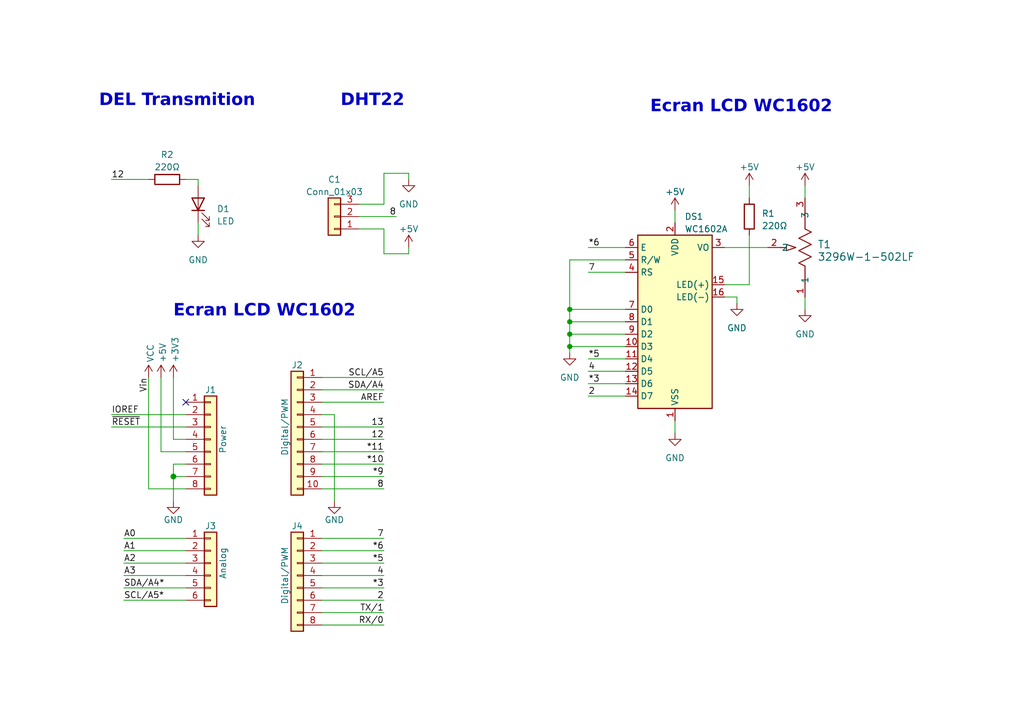
<source format=kicad_sch>
(kicad_sch (version 20230121) (generator eeschema)
  (paper "A5")
  (title_block (title "Shield Arduino UNO Station-Meteo") (date "19-06-2023") (comment 1 "(DEL en option, signale juste le transfert d'information)") (comment 2 "utilise le capteur DHT22 et l'écran LCD WC1602 + Trimmer") (comment 3 "A utiliser sur Arduino UNO/Iduino UNO,"))
  (lib_symbols
    (symbol "+5V_1" (power) (pin_names (offset 0))
      (property "Value" "+5V_1" (at 0 3.556 0))
      (symbol "+5V_1_0_1"
        (polyline (pts (xy -0.762 1.27) (xy 0 2.54)))
        (polyline (pts (xy 0 0) (xy 0 2.54)))
        (polyline (pts (xy 0 2.54) (xy 0.762 1.27)))
      )
      (symbol "+5V_1_1_1"
        (pin power_in line (at 0 0 90) (length 0) hide (name "+5V") (number "1"))
      )
    )
    (symbol "Connector_Generic:Conn_01x03" (pin_names (offset 1.016) hide)
      (property "Reference" "J" (at 0 5.08 0))
      (property "Value" "Conn_01x03" (at 0 -5.08 0))
      (symbol "Conn_01x03_1_1"
        (rectangle (start -1.27 -2.413) (end 0 -2.667) (stroke (width 0.1524)))
        (rectangle (start -1.27 0.127) (end 0 -0.127) (stroke (width 0.1524)))
        (rectangle (start -1.27 2.667) (end 0 2.413) (stroke (width 0.1524)))
        (rectangle (start -1.27 3.81) (end 1.27 -3.81) (stroke (width 0.254)) (fill (type background)))
        (pin passive line (at -5.08 2.54 0) (length 3.81) (name "Pin_1") (number "1"))
        (pin passive line (at -5.08 0 0) (length 3.81) (name "Pin_2") (number "2"))
        (pin passive line (at -5.08 -2.54 0) (length 3.81) (name "Pin_3") (number "3"))
      )
    )
    (symbol "Connector_Generic:Conn_01x06" (pin_names (offset 1.016) hide)
      (property "Reference" "J" (at 0 7.62 0))
      (property "Value" "Conn_01x06" (at 0 -10.16 0))
      (symbol "Conn_01x06_1_1"
        (rectangle (start -1.27 -7.493) (end 0 -7.747) (stroke (width 0.1524)))
        (rectangle (start -1.27 -4.953) (end 0 -5.207) (stroke (width 0.1524)))
        (rectangle (start -1.27 -2.413) (end 0 -2.667) (stroke (width 0.1524)))
        (rectangle (start -1.27 0.127) (end 0 -0.127) (stroke (width 0.1524)))
        (rectangle (start -1.27 2.667) (end 0 2.413) (stroke (width 0.1524)))
        (rectangle (start -1.27 5.207) (end 0 4.953) (stroke (width 0.1524)))
        (rectangle (start -1.27 6.35) (end 1.27 -8.89) (stroke (width 0.254)) (fill (type background)))
        (pin passive line (at -5.08 5.08 0) (length 3.81) (name "Pin_1") (number "1"))
        (pin passive line (at -5.08 2.54 0) (length 3.81) (name "Pin_2") (number "2"))
        (pin passive line (at -5.08 0 0) (length 3.81) (name "Pin_3") (number "3"))
        (pin passive line (at -5.08 -2.54 0) (length 3.81) (name "Pin_4") (number "4"))
        (pin passive line (at -5.08 -5.08 0) (length 3.81) (name "Pin_5") (number "5"))
        (pin passive line (at -5.08 -7.62 0) (length 3.81) (name "Pin_6") (number "6"))
      )
    )
    (symbol "Connector_Generic:Conn_01x08" (pin_names (offset 1.016) hide)
      (property "Reference" "J" (at 0 10.16 0))
      (property "Value" "Conn_01x08" (at 0 -12.7 0))
      (symbol "Conn_01x08_1_1"
        (rectangle (start -1.27 -10.033) (end 0 -10.287) (stroke (width 0.1524)))
        (rectangle (start -1.27 -7.493) (end 0 -7.747) (stroke (width 0.1524)))
        (rectangle (start -1.27 -4.953) (end 0 -5.207) (stroke (width 0.1524)))
        (rectangle (start -1.27 -2.413) (end 0 -2.667) (stroke (width 0.1524)))
        (rectangle (start -1.27 0.127) (end 0 -0.127) (stroke (width 0.1524)))
        (rectangle (start -1.27 2.667) (end 0 2.413) (stroke (width 0.1524)))
        (rectangle (start -1.27 5.207) (end 0 4.953) (stroke (width 0.1524)))
        (rectangle (start -1.27 7.747) (end 0 7.493) (stroke (width 0.1524)))
        (rectangle (start -1.27 8.89) (end 1.27 -11.43) (stroke (width 0.254)) (fill (type background)))
        (pin passive line (at -5.08 7.62 0) (length 3.81) (name "Pin_1") (number "1"))
        (pin passive line (at -5.08 5.08 0) (length 3.81) (name "Pin_2") (number "2"))
        (pin passive line (at -5.08 2.54 0) (length 3.81) (name "Pin_3") (number "3"))
        (pin passive line (at -5.08 0 0) (length 3.81) (name "Pin_4") (number "4"))
        (pin passive line (at -5.08 -2.54 0) (length 3.81) (name "Pin_5") (number "5"))
        (pin passive line (at -5.08 -5.08 0) (length 3.81) (name "Pin_6") (number "6"))
        (pin passive line (at -5.08 -7.62 0) (length 3.81) (name "Pin_7") (number "7"))
        (pin passive line (at -5.08 -10.16 0) (length 3.81) (name "Pin_8") (number "8"))
      )
    )
    (symbol "Connector_Generic:Conn_01x10" (pin_names (offset 1.016) hide)
      (property "Reference" "J" (at 0 12.7 0))
      (property "Value" "Conn_01x10" (at 0 -15.24 0))
      (symbol "Conn_01x10_1_1"
        (rectangle (start -1.27 -12.573) (end 0 -12.827) (stroke (width 0.1524)))
        (rectangle (start -1.27 -10.033) (end 0 -10.287) (stroke (width 0.1524)))
        (rectangle (start -1.27 -7.493) (end 0 -7.747) (stroke (width 0.1524)))
        (rectangle (start -1.27 -4.953) (end 0 -5.207) (stroke (width 0.1524)))
        (rectangle (start -1.27 -2.413) (end 0 -2.667) (stroke (width 0.1524)))
        (rectangle (start -1.27 0.127) (end 0 -0.127) (stroke (width 0.1524)))
        (rectangle (start -1.27 2.667) (end 0 2.413) (stroke (width 0.1524)))
        (rectangle (start -1.27 5.207) (end 0 4.953) (stroke (width 0.1524)))
        (rectangle (start -1.27 7.747) (end 0 7.493) (stroke (width 0.1524)))
        (rectangle (start -1.27 10.287) (end 0 10.033) (stroke (width 0.1524)))
        (rectangle (start -1.27 11.43) (end 1.27 -13.97) (stroke (width 0.254)) (fill (type background)))
        (pin passive line (at -5.08 10.16 0) (length 3.81) (name "Pin_1") (number "1"))
        (pin passive line (at -5.08 -12.7 0) (length 3.81) (name "Pin_10") (number "10"))
        (pin passive line (at -5.08 7.62 0) (length 3.81) (name "Pin_2") (number "2"))
        (pin passive line (at -5.08 5.08 0) (length 3.81) (name "Pin_3") (number "3"))
        (pin passive line (at -5.08 2.54 0) (length 3.81) (name "Pin_4") (number "4"))
        (pin passive line (at -5.08 0 0) (length 3.81) (name "Pin_5") (number "5"))
        (pin passive line (at -5.08 -2.54 0) (length 3.81) (name "Pin_6") (number "6"))
        (pin passive line (at -5.08 -5.08 0) (length 3.81) (name "Pin_7") (number "7"))
        (pin passive line (at -5.08 -7.62 0) (length 3.81) (name "Pin_8") (number "8"))
        (pin passive line (at -5.08 -10.16 0) (length 3.81) (name "Pin_9") (number "9"))
      )
    )
    (symbol "Device:LED" (pin_numbers hide) (pin_names (offset 1.016) hide)
      (property "Reference" "D" (at 0 2.54 0))
      (property "Value" "LED" (at 0 -2.54 0))
      (symbol "LED_0_1"
        (polyline (pts (xy -1.27 -1.27) (xy -1.27 1.27)) (stroke (width 0.254)))
        (polyline (pts (xy -1.27 0) (xy 1.27 0)))
        (polyline (pts (xy 1.27 -1.27) (xy 1.27 1.27) (xy -1.27 0) (xy 1.27 -1.27)) (stroke (width 0.254)))
        (polyline (pts (xy -3.048 -0.762) (xy -4.572 -2.286) (xy -3.81 -2.286) (xy -4.572 -2.286) (xy -4.572 -1.524)))
        (polyline (pts (xy -1.778 -0.762) (xy -3.302 -2.286) (xy -2.54 -2.286) (xy -3.302 -2.286) (xy -3.302 -1.524)))
      )
      (symbol "LED_1_1"
        (pin passive line (at -3.81 0 0) (length 2.54) (name "K") (number "1"))
        (pin passive line (at 3.81 0 180) (length 2.54) (name "A") (number "2"))
      )
    )
    (symbol "Device:R" (pin_numbers hide) (pin_names (offset 0))
      (property "Reference" "R" (at 2.032 0 90))
      (property "Value" "R" (at 0 0 90))
      (symbol "R_0_1"
        (rectangle (start -1.016 -2.54) (end 1.016 2.54) (stroke (width 0.254)))
      )
      (symbol "R_1_1"
        (pin passive line (at 0 3.81 270) (length 1.27) (name "~") (number "1"))
        (pin passive line (at 0 -3.81 90) (length 1.27) (name "~") (number "2"))
      )
    )
    (symbol "Display_Character:WC1602A"
      (property "Reference" "DS" (at -5.842 19.05 0))
      (property "Value" "WC1602A" (at 5.334 19.05 0))
      (symbol "WC1602A_1_1"
        (rectangle (start -7.62 17.78) (end 7.62 -17.78) (stroke (width 0.254)) (fill (type background)))
        (pin power_in line (at 0 -20.32 90) (length 2.54) (name "VSS") (number "1"))
        (pin input line (at -10.16 -5.08 0) (length 2.54) (name "D3") (number "10"))
        (pin input line (at -10.16 -7.62 0) (length 2.54) (name "D4") (number "11"))
        (pin input line (at -10.16 -10.16 0) (length 2.54) (name "D5") (number "12"))
        (pin input line (at -10.16 -12.7 0) (length 2.54) (name "D6") (number "13"))
        (pin input line (at -10.16 -15.24 0) (length 2.54) (name "D7") (number "14"))
        (pin power_in line (at 10.16 7.62 180) (length 2.54) (name "LED(+)") (number "15"))
        (pin power_in line (at 10.16 5.08 180) (length 2.54) (name "LED(-)") (number "16"))
        (pin power_in line (at 0 20.32 270) (length 2.54) (name "VDD") (number "2"))
        (pin input line (at 10.16 15.24 180) (length 2.54) (name "VO") (number "3"))
        (pin input line (at -10.16 10.16 0) (length 2.54) (name "RS") (number "4"))
        (pin input line (at -10.16 12.7 0) (length 2.54) (name "R/W") (number "5"))
        (pin input line (at -10.16 15.24 0) (length 2.54) (name "E") (number "6"))
        (pin input line (at -10.16 2.54 0) (length 2.54) (name "D0") (number "7"))
        (pin input line (at -10.16 0 0) (length 2.54) (name "D1") (number "8"))
        (pin input line (at -10.16 -2.54 0) (length 2.54) (name "D2") (number "9"))
      )
    )
    (symbol "GND_1" (power) (pin_names (offset 0))
      (property "Value" "GND_1" (at 0 -3.81 0))
      (symbol "GND_1_0_1"
        (polyline (pts (xy 0 0) (xy 0 -1.27) (xy 1.27 -1.27) (xy 0 -2.54) (xy -1.27 -1.27) (xy 0 -1.27)))
      )
      (symbol "GND_1_1_1"
        (pin power_in line (at 0 0 270) (length 0) hide (name "GND") (number "1"))
      )
    )
    (symbol "TRIMMER:3296W-1-502LF" (pin_names (offset 0.254))
      (property "Reference" "R" (at 10.795 -3.175 0))
      (property "Value" "3296W-1-502LF" (at 10.795 -6.35 0))
      (symbol "3296W-1-502LF_1_1"
        (polyline (pts (xy 2.54 0) (xy 6.35 0)) (stroke (width 0.2032)))
        (polyline (pts (xy 6.35 0) (xy 6.985 1.27)) (stroke (width 0.2032)))
        (polyline (pts (xy 6.985 1.27) (xy 8.255 -1.27)) (stroke (width 0.2032)))
        (polyline (pts (xy 8.255 -1.27) (xy 9.525 1.27)) (stroke (width 0.2032)))
        (polyline (pts (xy 9.525 1.27) (xy 10.795 -1.27)) (stroke (width 0.2032)))
        (polyline (pts (xy 9.525 3.81) (xy 10.16 1.905)) (stroke (width 0.2032)))
        (polyline (pts (xy 9.525 3.81) (xy 10.795 3.81)) (stroke (width 0.2032)))
        (polyline (pts (xy 10.16 3.81) (xy 10.16 5.08)) (stroke (width 0.2032)))
        (polyline (pts (xy 10.795 -1.27) (xy 12.065 1.27)) (stroke (width 0.2032)))
        (polyline (pts (xy 10.795 3.81) (xy 10.16 1.905)) (stroke (width 0.2032)))
        (polyline (pts (xy 12.065 1.27) (xy 13.335 -1.27)) (stroke (width 0.2032)))
        (polyline (pts (xy 13.335 -1.27) (xy 13.97 0)) (stroke (width 0.2032)))
        (polyline (pts (xy 13.97 0) (xy 17.78 0)) (stroke (width 0.2032)))
        (pin unspecified line (at 0 0 0) (length 2.54) (name "1") (number "1"))
        (pin unspecified line (at 10.16 7.62 270) (length 2.54) (name "2") (number "2"))
        (pin unspecified line (at 20.32 0 180) (length 2.54) (name "3") (number "3"))
      )
      (symbol "3296W-1-502LF_1_2"
        (polyline (pts (xy -3.81 -10.795) (xy -3.81 -9.525)) (stroke (width 0.2032)))
        (polyline (pts (xy -3.81 -10.795) (xy -1.905 -10.16)) (stroke (width 0.2032)))
        (polyline (pts (xy -3.81 -10.16) (xy -5.08 -10.16)) (stroke (width 0.2032)))
        (polyline (pts (xy -3.81 -9.525) (xy -1.905 -10.16)) (stroke (width 0.2032)))
        (polyline (pts (xy -1.27 -13.335) (xy 1.27 -12.065)) (stroke (width 0.2032)))
        (polyline (pts (xy -1.27 -10.795) (xy 1.27 -9.525)) (stroke (width 0.2032)))
        (polyline (pts (xy -1.27 -8.255) (xy 1.27 -6.985)) (stroke (width 0.2032)))
        (polyline (pts (xy 0 -17.78) (xy 0 -13.97)) (stroke (width 0.2032)))
        (polyline (pts (xy 0 -13.97) (xy -1.27 -13.335)) (stroke (width 0.2032)))
        (polyline (pts (xy 0 -6.35) (xy 0 -2.54)) (stroke (width 0.2032)))
        (polyline (pts (xy 1.27 -12.065) (xy -1.27 -10.795)) (stroke (width 0.2032)))
        (polyline (pts (xy 1.27 -9.525) (xy -1.27 -8.255)) (stroke (width 0.2032)))
        (polyline (pts (xy 1.27 -6.985) (xy 0 -6.35)) (stroke (width 0.2032)))
        (pin unspecified line (at 0 0 270) (length 2.54) (name "1") (number "1"))
        (pin unspecified line (at -7.62 -10.16 0) (length 2.54) (name "2") (number "2"))
        (pin unspecified line (at 0 -20.32 90) (length 2.54) (name "3") (number "3"))
      )
    )
    (symbol "power:+3V3" (power) (pin_names (offset 0))
      (property "Value" "+3V3" (at 0 3.556 0))
      (symbol "+3V3_0_1"
        (polyline (pts (xy -0.762 1.27) (xy 0 2.54)))
        (polyline (pts (xy 0 0) (xy 0 2.54)))
        (polyline (pts (xy 0 2.54) (xy 0.762 1.27)))
      )
      (symbol "+3V3_1_1"
        (pin power_in line (at 0 0 90) (length 0) hide (name "+3V3") (number "1"))
      )
    )
    (symbol "power:+5V" (power) (pin_names (offset 0))
      (property "Value" "+5V" (at 0 3.556 0))
      (symbol "+5V_0_1"
        (polyline (pts (xy -0.762 1.27) (xy 0 2.54)))
        (polyline (pts (xy 0 0) (xy 0 2.54)))
        (polyline (pts (xy 0 2.54) (xy 0.762 1.27)))
      )
      (symbol "+5V_1_1"
        (pin power_in line (at 0 0 90) (length 0) hide (name "+5V") (number "1"))
      )
    )
    (symbol "power:GND" (power) (pin_names (offset 0))
      (property "Value" "GND" (at 0 -3.81 0))
      (symbol "GND_0_1"
        (polyline (pts (xy 0 0) (xy 0 -1.27) (xy 1.27 -1.27) (xy 0 -2.54) (xy -1.27 -1.27) (xy 0 -1.27)))
      )
      (symbol "GND_1_1"
        (pin power_in line (at 0 0 270) (length 0) hide (name "GND") (number "1"))
      )
    )
    (symbol "power:VCC" (power) (pin_names (offset 0))
      (property "Value" "VCC" (at 0 3.81 0))
      (symbol "VCC_0_1"
        (polyline (pts (xy -0.762 1.27) (xy 0 2.54)))
        (polyline (pts (xy 0 0) (xy 0 2.54)))
        (polyline (pts (xy 0 2.54) (xy 0.762 1.27)))
      )
      (symbol "VCC_1_1"
        (pin power_in line (at 0 0 90) (length 0) hide (name "VCC") (number "1"))
      )
    )
  )
  (junction (at 116.84 68.58))
  (junction (at 35.56 97.79) (diameter 1.016))
  (junction (at 116.84 66.04))
  (junction (at 116.84 71.12))
  (junction (at 116.84 63.5))
  (no_connect (at 38.1 82.55))
  (wire (pts (xy 66.04 128.27) (xy 78.74 128.27)))
  (wire (pts (xy 153.67 38.1) (xy 153.67 40.64)))
  (wire (pts (xy 66.04 95.25) (xy 78.74 95.25)))
  (wire (pts (xy 66.04 77.47) (xy 78.74 77.47)))
  (wire (pts (xy 35.56 95.25) (xy 35.56 97.79)))
  (wire (pts (xy 120.65 76.2) (xy 128.27 76.2)))
  (wire (pts (xy 138.43 86.36) (xy 138.43 88.9)))
  (wire (pts (xy 25.4 123.19) (xy 38.1 123.19)))
  (wire (pts (xy 148.59 58.42) (xy 153.67 58.42)))
  (wire (pts (xy 120.65 50.8) (xy 128.27 50.8)))
  (wire (pts (xy 116.84 71.12) (xy 116.84 72.39)))
  (wire (pts (xy 40.64 36.83) (xy 40.64 38.1)))
  (wire (pts (xy 35.56 97.79) (xy 35.56 102.87)))
  (wire (pts (xy 120.65 73.66) (xy 128.27 73.66)))
  (wire (pts (xy 35.56 90.17) (xy 38.1 90.17)))
  (wire (pts (xy 33.02 92.71) (xy 38.1 92.71)))
  (wire (pts (xy 33.02 77.47) (xy 33.02 92.71)))
  (wire (pts (xy 73.66 44.45) (xy 81.28 44.45)))
  (wire (pts (xy 120.65 78.74) (xy 128.27 78.74)))
  (wire (pts (xy 66.04 87.63) (xy 78.74 87.63)))
  (wire (pts (xy 35.56 77.47) (xy 35.56 90.17)))
  (wire (pts (xy 128.27 66.04) (xy 116.84 66.04)))
  (wire (pts (xy 66.04 110.49) (xy 78.74 110.49)))
  (wire (pts (xy 38.1 110.49) (xy 25.4 110.49)))
  (wire (pts (xy 66.04 90.17) (xy 78.74 90.17)))
  (wire (pts (xy 116.84 53.34) (xy 116.84 63.5)))
  (wire (pts (xy 78.74 52.07) (xy 83.82 52.07)))
  (wire (pts (xy 73.66 41.91) (xy 78.74 41.91)))
  (wire (pts (xy 66.04 113.03) (xy 78.74 113.03)))
  (wire (pts (xy 148.59 50.8) (xy 157.48 50.8)))
  (wire (pts (xy 128.27 71.12) (xy 116.84 71.12)))
  (wire (pts (xy 83.82 52.07) (xy 83.82 50.8)))
  (wire (pts (xy 128.27 68.58) (xy 116.84 68.58)))
  (wire (pts (xy 66.04 97.79) (xy 78.74 97.79)))
  (wire (pts (xy 78.74 46.99) (xy 78.74 52.07)))
  (wire (pts (xy 66.04 118.11) (xy 78.74 118.11)))
  (wire (pts (xy 128.27 63.5) (xy 116.84 63.5)))
  (wire (pts (xy 138.43 43.18) (xy 138.43 45.72)))
  (wire (pts (xy 22.86 85.09) (xy 38.1 85.09)))
  (wire (pts (xy 78.74 41.91) (xy 78.74 35.56)))
  (wire (pts (xy 151.13 60.96) (xy 151.13 62.23)))
  (wire (pts (xy 165.1 38.1) (xy 165.1 40.64)))
  (wire (pts (xy 83.82 35.56) (xy 83.82 36.83)))
  (wire (pts (xy 68.58 85.09) (xy 68.58 102.87)))
  (wire (pts (xy 66.04 82.55) (xy 78.74 82.55)))
  (wire (pts (xy 120.65 81.28) (xy 128.27 81.28)))
  (wire (pts (xy 38.1 115.57) (xy 25.4 115.57)))
  (wire (pts (xy 22.86 87.63) (xy 38.1 87.63)))
  (wire (pts (xy 38.1 97.79) (xy 35.56 97.79)))
  (wire (pts (xy 165.1 60.96) (xy 165.1 63.5)))
  (wire (pts (xy 38.1 100.33) (xy 30.48 100.33)))
  (wire (pts (xy 25.4 113.03) (xy 38.1 113.03)))
  (wire (pts (xy 78.74 35.56) (xy 83.82 35.56)))
  (wire (pts (xy 120.65 55.88) (xy 128.27 55.88)))
  (wire (pts (xy 40.64 45.72) (xy 40.64 48.26)))
  (wire (pts (xy 148.59 60.96) (xy 151.13 60.96)))
  (wire (pts (xy 66.04 85.09) (xy 68.58 85.09)))
  (wire (pts (xy 38.1 36.83) (xy 40.64 36.83)))
  (wire (pts (xy 22.86 36.83) (xy 30.48 36.83)))
  (wire (pts (xy 38.1 95.25) (xy 35.56 95.25)))
  (wire (pts (xy 66.04 92.71) (xy 78.74 92.71)))
  (wire (pts (xy 116.84 63.5) (xy 116.84 66.04)))
  (wire (pts (xy 66.04 115.57) (xy 78.74 115.57)))
  (wire (pts (xy 116.84 68.58) (xy 116.84 71.12)))
  (wire (pts (xy 25.4 118.11) (xy 38.1 118.11)))
  (wire (pts (xy 128.27 53.34) (xy 116.84 53.34)))
  (wire (pts (xy 66.04 80.01) (xy 78.74 80.01)))
  (wire (pts (xy 66.04 123.19) (xy 78.74 123.19)))
  (wire (pts (xy 66.04 120.65) (xy 78.74 120.65)))
  (wire (pts (xy 116.84 66.04) (xy 116.84 68.58)))
  (wire (pts (xy 153.67 58.42) (xy 153.67 48.26)))
  (wire (pts (xy 66.04 125.73) (xy 78.74 125.73)))
  (wire (pts (xy 73.66 46.99) (xy 78.74 46.99)))
  (wire (pts (xy 30.48 100.33) (xy 30.48 77.47)))
  (wire (pts (xy 38.1 120.65) (xy 25.4 120.65)))
  (wire (pts (xy 66.04 100.33) (xy 78.74 100.33)))
  (text "DEL Transmition" (at 20.32 22.86 0) (effects (font (size 2.5 2.5) (thickness 0.3) bold) (justify left bottom)))
  (text "Ecran LCD WC1602" (at 133.35 24.13 0) (effects (font (size 2.5 2.5) (thickness 0.3) bold) (justify left bottom)))
  (text "DHT22" (at 69.85 22.86 0) (effects (font (size 2.5 2.5) (thickness 0.3) bold) (justify left bottom)))
  (text "Ecran LCD WC1602" (at 35.56 66.04 0) (effects (font (size 2.5 2.5) (thickness 0.3) bold) (justify left bottom)))
  (label "RX{slash}0" (at 78.74 128.27 180))
  (label "A2" (at 25.4 115.57 0))
  (label "4" (at 78.74 118.11 180))
  (label "2" (at 78.74 123.19 180))
  (label "8" (at 81.28 44.45 180))
  (label "2" (at 120.65 81.28 0))
  (label "A3" (at 25.4 118.11 0))
  (label "7" (at 120.65 55.88 0))
  (label "13" (at 78.74 87.63 180))
  (label "12" (at 78.74 90.17 180))
  (label "~{RESET}" (at 22.86 87.63 0))
  (label "*10" (at 78.74 95.25 180))
  (label "7" (at 78.74 110.49 180))
  (label "SDA{slash}A4" (at 78.74 80.01 180))
  (label "8" (at 78.74 100.33 180))
  (label "*11" (at 78.74 92.71 180))
  (label "*3" (at 78.74 120.65 180))
  (label "A1" (at 25.4 113.03 0))
  (label "TX{slash}1" (at 78.74 125.73 180))
  (label "A0" (at 25.4 110.49 0))
  (label "AREF" (at 78.74 82.55 180))
  (label "12" (at 22.86 36.83 0))
  (label "Vin" (at 30.48 77.47 270))
  (label "*6" (at 78.74 113.03 180))
  (label "SCL{slash}A5" (at 78.74 77.47 180))
  (label "*9" (at 78.74 97.79 180))
  (label "4" (at 120.65 76.2 0))
  (label "*6" (at 120.65 50.8 0))
  (label "*5" (at 78.74 115.57 180))
  (label "IOREF" (at 22.86 85.09 0))
  (label "SDA{slash}A4*" (at 25.4 120.65 0))
  (label "SCL{slash}A5*" (at 25.4 123.19 0))
  (label "*5" (at 120.65 73.66 0))
  (label "*3" (at 120.65 78.74 0))
  (symbol (lib_id "Connector_Generic:Conn_01x08") (at 43.18 90.17 0) (unit 1)
    (property "Reference" "J1" (at 43.18 80.01 0))
    (property "Value" "Power" (at 45.72 90.17 90))
    (property "Footprint" "Connector_PinSocket_2.54mm:PinSocket_1x08_P2.54mm_Vertical" (effects hide))
  )
  (symbol (lib_id "power:+3V3") (at 35.56 77.47 0) (unit 1)
    (property "Reference" "#PWR03" (effects hide))
    (property "Value" "+3.3V" (at 35.941 74.422 90) (effects (justify left)))
  )
  (symbol (lib_id "power:+5V") (at 33.02 77.47 0) (unit 1)
    (property "Reference" "#PWR02" (effects hide))
    (property "Value" "+5V" (at 33.3756 74.422 90) (effects (justify left)))
  )
  (symbol (lib_id "power:GND") (at 35.56 102.87 0) (unit 1)
    (property "Reference" "#PWR04" (effects hide))
    (property "Value" "GND" (at 35.56 106.68 0))
  )
  (symbol (lib_id "Connector_Generic:Conn_01x10") (at 60.96 87.63 0) (mirror y) (unit 1)
    (property "Reference" "J2" (at 60.96 74.93 0))
    (property "Value" "Digital/PWM" (at 58.42 87.63 90))
    (property "Footprint" "Connector_PinSocket_2.54mm:PinSocket_1x10_P2.54mm_Vertical" (effects hide))
  )
  (symbol (lib_id "power:GND") (at 68.58 102.87 0) (unit 1)
    (property "Reference" "#PWR05" (effects hide))
    (property "Value" "GND" (at 68.58 106.68 0))
  )
  (symbol (lib_id "Connector_Generic:Conn_01x06") (at 43.18 115.57 0) (unit 1)
    (property "Reference" "J3" (at 43.18 107.95 0))
    (property "Value" "Analog" (at 45.72 115.57 90))
    (property "Footprint" "Connector_PinSocket_2.54mm:PinSocket_1x06_P2.54mm_Vertical" (effects hide))
  )
  (symbol (lib_id "Connector_Generic:Conn_01x08") (at 60.96 118.11 0) (mirror y) (unit 1)
    (property "Reference" "J4" (at 60.96 107.95 0))
    (property "Value" "Digital/PWM" (at 58.42 118.11 90))
    (property "Footprint" "Connector_PinSocket_2.54mm:PinSocket_1x08_P2.54mm_Vertical" (effects hide))
  )
  (symbol (lib_name "+5V_1") (lib_id "power:+5V") (at 153.67 38.1 0) (unit 1)
    (property "Reference" "#PWR07" (effects hide))
    (property "Value" "+5V" (at 153.67 34.29 0))
  )
  (symbol (lib_name "GND_1") (lib_id "power:GND") (at 151.13 62.23 0) (unit 1)
    (property "Reference" "#PWR06" (effects hide))
    (property "Value" "GND" (at 151.13 67.31 0))
  )
  (symbol (lib_name "GND_1") (lib_id "power:GND") (at 83.82 36.83 0) (unit 1)
    (property "Reference" "#PWR017" (effects hide))
    (property "Value" "GND" (at 83.82 41.91 0))
  )
  (symbol (lib_name "GND_1") (lib_id "power:GND") (at 165.1 63.5 0) (unit 1)
    (property "Reference" "#PWR018" (effects hide))
    (property "Value" "GND" (at 165.1 68.58 0))
  )
  (symbol (lib_id "Connector_Generic:Conn_01x03") (at 68.58 44.45 180) (unit 1)
    (property "Reference" "C1" (at 68.58 36.83 0))
    (property "Value" "Conn_01x03" (at 68.58 39.37 0))
    (property "Footprint" "Connector_JST:JST_EH_B3B-EH-A_1x03_P2.50mm_Vertical" (effects hide))
  )
  (symbol (lib_id "Device:LED") (at 40.64 41.91 90) (unit 1)
    (property "Reference" "D1" (at 44.45 42.8625 90) (effects (justify right)))
    (property "Value" "LED" (at 44.45 45.4025 90) (effects (justify right)))
    (property "Footprint" "LED_THT:LED_D3.0mm" (effects hide))
  )
  (symbol (lib_name "+5V_1") (lib_id "power:+5V") (at 138.43 43.18 0) (unit 1)
    (property "Reference" "#PWR014" (effects hide))
    (property "Value" "+5V" (at 138.43 39.37 0))
  )
  (symbol (lib_id "power:VCC") (at 30.48 77.47 0) (unit 1)
    (property "Reference" "#PWR01" (effects hide))
    (property "Value" "VCC" (at 30.861 74.422 90) (effects (justify left)))
  )
  (symbol (lib_name "GND_1") (lib_id "power:GND") (at 116.84 72.39 0) (unit 1)
    (property "Reference" "#PWR09" (effects hide))
    (property "Value" "GND" (at 116.84 77.47 0))
  )
  (symbol (lib_name "GND_1") (lib_id "power:GND") (at 138.43 88.9 0) (unit 1)
    (property "Reference" "#PWR012" (effects hide))
    (property "Value" "GND" (at 138.43 93.98 0))
  )
  (symbol (lib_name "GND_1") (lib_id "power:GND") (at 40.64 48.26 0) (unit 1)
    (property "Reference" "#PWR08" (effects hide))
    (property "Value" "GND" (at 40.64 53.34 0))
  )
  (symbol (lib_name "+5V_1") (lib_id "power:+5V") (at 83.82 50.8 0) (unit 1)
    (property "Reference" "#PWR015" (effects hide))
    (property "Value" "+5V" (at 83.82 46.99 0))
  )
  (symbol (lib_id "Display_Character:WC1602A") (at 138.43 66.04 0) (unit 1)
    (property "Reference" "DS1" (at 140.3859 44.45 0) (effects (justify left)))
    (property "Value" "WC1602A" (at 140.3859 46.99 0) (effects (justify left)))
    (property "Footprint" "Display:WC1602A" (effects hide))
    (property "Datasheet" "http://www.wincomlcd.com/pdf/WC1602A-SFYLYHTC06.pdf" (effects hide))
  )
  (symbol (lib_id "Device:R") (at 153.67 44.45 0) (unit 1)
    (property "Reference" "R1" (at 156.21 43.815 0) (effects (justify left)))
    (property "Value" "220Ω" (at 156.21 46.355 0) (effects (justify left)))
    (property "Footprint" "Resistor_THT:R_Axial_DIN0207_L6.3mm_D2.5mm_P15.24mm_Horizontal" (effects hide))
  )
  (symbol (lib_name "+5V_1") (lib_id "power:+5V") (at 165.1 38.1 0) (unit 1)
    (property "Reference" "#PWR016" (effects hide))
    (property "Value" "+5V" (at 165.1 34.29 0))
  )
  (symbol (lib_id "TRIMMER:3296W-1-502LF") (at 165.1 60.96 90) (unit 1)
    (property "Reference" "T1" (at 167.64 50.165 90) (effects (font (size 1.524 1.524)) (justify right)))
    (property "Value" "3296W-1-502LF" (at 167.64 52.705 90) (effects (font (size 1.524 1.524)) (justify right)))
    (property "Footprint" "TRIMMER:POT_3296W" (effects hide))
    (property "Datasheet" "3296W-1-502LF" (effects hide))
  )
  (symbol (lib_id "Device:R") (at 34.29 36.83 90) (unit 1)
    (property "Reference" "R2" (at 34.29 31.75 90))
    (property "Value" "220Ω" (at 34.29 34.29 90))
    (property "Footprint" "Resistor_THT:R_Axial_DIN0207_L6.3mm_D2.5mm_P15.24mm_Horizontal" (effects hide))
  )
)
</source>
